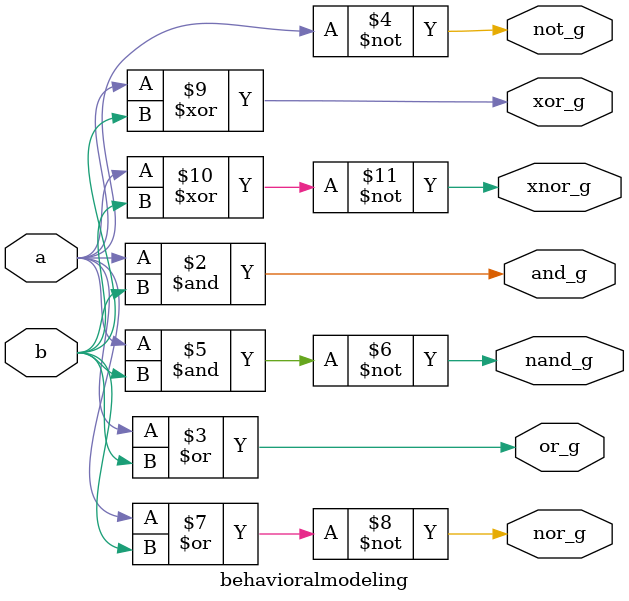
<source format=v>
`timescale 1ns/1ps
module behavioralmodeling(
   input a,b,
   output reg and_g,
   output reg or_g,
   output reg not_g,
   output reg nand_g,
	output reg nor_g,
	output reg xor_g,
	output reg xnor_g
	  );
	always@(*)
	     begin
		     and_g = a&b;
           or_g=a|b;
           not_g=~a;
           nand_g=~(a&b);
           nor_g=~(a|b);
           xor_g=(a^b);
           xnor_g=~(a^b);
			end
endmodule

</source>
